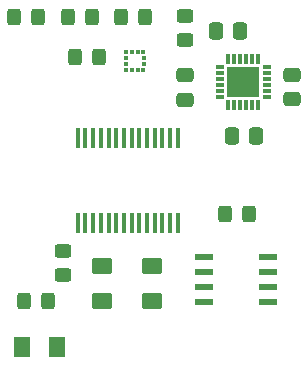
<source format=gtp>
G04 #@! TF.GenerationSoftware,KiCad,Pcbnew,6.0.0*
G04 #@! TF.CreationDate,2022-02-03T15:12:05-05:00*
G04 #@! TF.ProjectId,sensors,73656e73-6f72-4732-9e6b-696361645f70,rev?*
G04 #@! TF.SameCoordinates,Original*
G04 #@! TF.FileFunction,Paste,Top*
G04 #@! TF.FilePolarity,Positive*
%FSLAX46Y46*%
G04 Gerber Fmt 4.6, Leading zero omitted, Abs format (unit mm)*
G04 Created by KiCad (PCBNEW 6.0.0) date 2022-02-03 15:12:05*
%MOMM*%
%LPD*%
G01*
G04 APERTURE LIST*
G04 Aperture macros list*
%AMRoundRect*
0 Rectangle with rounded corners*
0 $1 Rounding radius*
0 $2 $3 $4 $5 $6 $7 $8 $9 X,Y pos of 4 corners*
0 Add a 4 corners polygon primitive as box body*
4,1,4,$2,$3,$4,$5,$6,$7,$8,$9,$2,$3,0*
0 Add four circle primitives for the rounded corners*
1,1,$1+$1,$2,$3*
1,1,$1+$1,$4,$5*
1,1,$1+$1,$6,$7*
1,1,$1+$1,$8,$9*
0 Add four rect primitives between the rounded corners*
20,1,$1+$1,$2,$3,$4,$5,0*
20,1,$1+$1,$4,$5,$6,$7,0*
20,1,$1+$1,$6,$7,$8,$9,0*
20,1,$1+$1,$8,$9,$2,$3,0*%
G04 Aperture macros list end*
%ADD10RoundRect,0.250000X0.325000X0.450000X-0.325000X0.450000X-0.325000X-0.450000X0.325000X-0.450000X0*%
%ADD11R,0.350000X0.375000*%
%ADD12R,0.375000X0.350000*%
%ADD13RoundRect,0.250000X-0.325000X-0.450000X0.325000X-0.450000X0.325000X0.450000X-0.325000X0.450000X0*%
%ADD14RoundRect,0.250000X-0.337500X-0.475000X0.337500X-0.475000X0.337500X0.475000X-0.337500X0.475000X0*%
%ADD15RoundRect,0.250000X0.337500X0.475000X-0.337500X0.475000X-0.337500X-0.475000X0.337500X-0.475000X0*%
%ADD16RoundRect,0.250000X-0.475000X0.337500X-0.475000X-0.337500X0.475000X-0.337500X0.475000X0.337500X0*%
%ADD17R,1.550000X0.600000*%
%ADD18R,0.450000X1.750000*%
%ADD19R,0.800001X0.349999*%
%ADD20R,0.349999X0.850001*%
%ADD21R,2.700000X2.600000*%
%ADD22RoundRect,0.250000X0.450000X-0.325000X0.450000X0.325000X-0.450000X0.325000X-0.450000X-0.325000X0*%
%ADD23RoundRect,0.250001X-0.462499X-0.624999X0.462499X-0.624999X0.462499X0.624999X-0.462499X0.624999X0*%
%ADD24RoundRect,0.250001X-0.624999X0.462499X-0.624999X-0.462499X0.624999X-0.462499X0.624999X0.462499X0*%
%ADD25RoundRect,0.250001X0.624999X-0.462499X0.624999X0.462499X-0.624999X0.462499X-0.624999X-0.462499X0*%
G04 APERTURE END LIST*
D10*
X138633200Y-64973200D03*
X136583200Y-64973200D03*
D11*
X146031250Y-69445000D03*
X146531250Y-69445000D03*
X147031250Y-69445000D03*
X147531250Y-69445000D03*
D12*
X147543750Y-68932500D03*
X147543750Y-68432500D03*
D11*
X147531250Y-67920000D03*
X147031250Y-67920000D03*
X146531250Y-67920000D03*
X146031250Y-67920000D03*
D12*
X146018750Y-68432500D03*
X146018750Y-68932500D03*
D10*
X147706300Y-64960500D03*
X145656300Y-64960500D03*
D13*
X141725000Y-68375000D03*
X143775000Y-68375000D03*
D14*
X154990800Y-75082400D03*
X157065800Y-75082400D03*
D15*
X155740100Y-66154300D03*
X153665100Y-66154300D03*
D16*
X151091900Y-69926200D03*
X151091900Y-72001200D03*
X160070800Y-69857800D03*
X160070800Y-71932800D03*
D17*
X152700000Y-85295000D03*
X152700000Y-86565000D03*
X152700000Y-87835000D03*
X152700000Y-89105000D03*
X158100000Y-89105000D03*
X158100000Y-87835000D03*
X158100000Y-86565000D03*
X158100000Y-85295000D03*
D18*
X150425000Y-75200000D03*
X149775000Y-75200000D03*
X149125000Y-75200000D03*
X148475000Y-75200000D03*
X147825000Y-75200000D03*
X147175000Y-75200000D03*
X146525000Y-75200000D03*
X145875000Y-75200000D03*
X145225000Y-75200000D03*
X144575000Y-75200000D03*
X143925000Y-75200000D03*
X143275000Y-75200000D03*
X142625000Y-75200000D03*
X141975000Y-75200000D03*
X141975000Y-82400000D03*
X142625000Y-82400000D03*
X143275000Y-82400000D03*
X143925000Y-82400000D03*
X144575000Y-82400000D03*
X145225000Y-82400000D03*
X145875000Y-82400000D03*
X146525000Y-82400000D03*
X147175000Y-82400000D03*
X147825000Y-82400000D03*
X148475000Y-82400000D03*
X149125000Y-82400000D03*
X149775000Y-82400000D03*
X150425000Y-82400000D03*
D19*
X157980001Y-71720000D03*
X157980001Y-71220001D03*
X157980001Y-70720002D03*
X157980001Y-70220001D03*
X157980001Y-69720001D03*
X157980001Y-69220000D03*
D20*
X157230000Y-68495003D03*
X156730001Y-68495003D03*
X156230002Y-68495003D03*
X155730001Y-68495003D03*
X155230001Y-68495003D03*
X154730000Y-68495003D03*
D19*
X153980001Y-69220000D03*
X153980001Y-69720001D03*
X153980001Y-70220001D03*
X153980001Y-70720002D03*
X153980001Y-71220001D03*
X153980001Y-71720000D03*
D20*
X154730000Y-72445000D03*
X155230001Y-72445000D03*
X155730001Y-72445000D03*
X156230002Y-72445000D03*
X156730001Y-72445000D03*
X157230000Y-72445000D03*
D21*
X155980000Y-70470000D03*
D10*
X156464000Y-81661000D03*
X154414000Y-81661000D03*
D22*
X151028400Y-66903600D03*
X151028400Y-64853600D03*
D23*
X137215220Y-92910660D03*
X140190220Y-92910660D03*
D24*
X144053560Y-86028200D03*
X144053560Y-89003200D03*
D25*
X148275040Y-89009220D03*
X148275040Y-86034220D03*
D22*
X140700000Y-86800000D03*
X140700000Y-84750000D03*
D13*
X137440000Y-89000000D03*
X139490000Y-89000000D03*
X141135100Y-64960500D03*
X143185100Y-64960500D03*
M02*

</source>
